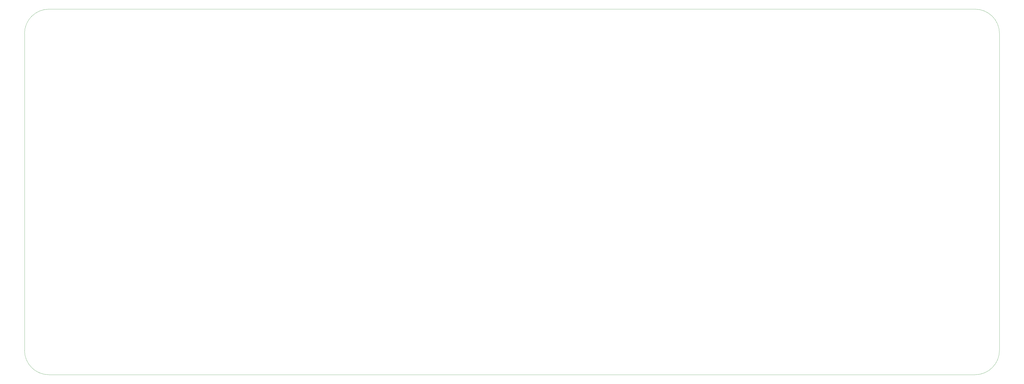
<source format=gbr>
%TF.GenerationSoftware,KiCad,Pcbnew,7.0.10*%
%TF.CreationDate,2025-02-11T17:38:30+01:00*%
%TF.ProjectId,Afficheur7seg,41666669-6368-4657-9572-377365672e6b,rev?*%
%TF.SameCoordinates,Original*%
%TF.FileFunction,Profile,NP*%
%FSLAX46Y46*%
G04 Gerber Fmt 4.6, Leading zero omitted, Abs format (unit mm)*
G04 Created by KiCad (PCBNEW 7.0.10) date 2025-02-11 17:38:30*
%MOMM*%
%LPD*%
G01*
G04 APERTURE LIST*
%TA.AperFunction,Profile*%
%ADD10C,0.100000*%
%TD*%
G04 APERTURE END LIST*
D10*
X99000000Y-131500000D02*
X99000000Y-261500000D01*
X109000000Y-121500000D02*
G75*
G03*
X99000000Y-131500000I0J-10000000D01*
G01*
X99000000Y-261500000D02*
G75*
G03*
X109000000Y-271500000I10000000J0D01*
G01*
X499000000Y-131500000D02*
X499000000Y-261500000D01*
X489000000Y-271500000D02*
G75*
G03*
X499000000Y-261500000I0J10000000D01*
G01*
X109000000Y-271500000D02*
X489000000Y-271500000D01*
X499000000Y-131500000D02*
G75*
G03*
X489000000Y-121500000I-10000000J0D01*
G01*
X489000000Y-121500000D02*
X109000000Y-121500000D01*
M02*

</source>
